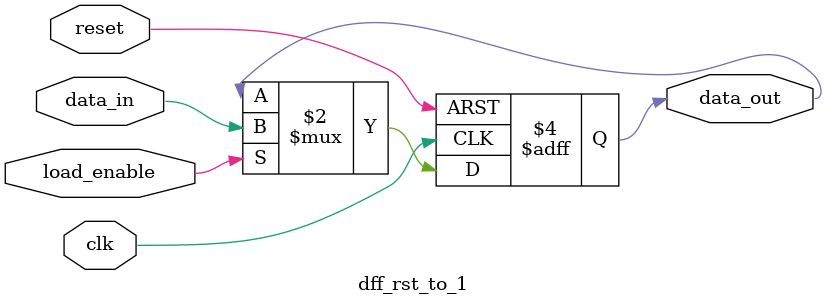
<source format=v>

module dff (
    input  wire clk,
    reset,
    load_enable,
    data_in,
    output reg  data_out
);

    always @(posedge clk, posedge reset) begin
        if (reset) data_out <= 0;
        else if (load_enable) data_out <= data_in;
    end

endmodule

// d flip flop that resets to 1
// used for the IDLE state flip flop
// basically a jumpstart
// in rest, identical to the original

module dff_rst_to_1 (
    input  wire clk,
    reset,
    load_enable,
    data_in,
    output reg  data_out
);

    always @(posedge clk, posedge reset) begin
        if (reset) data_out <= 1;
        else if (load_enable) data_out <= data_in;
    end

endmodule

</source>
